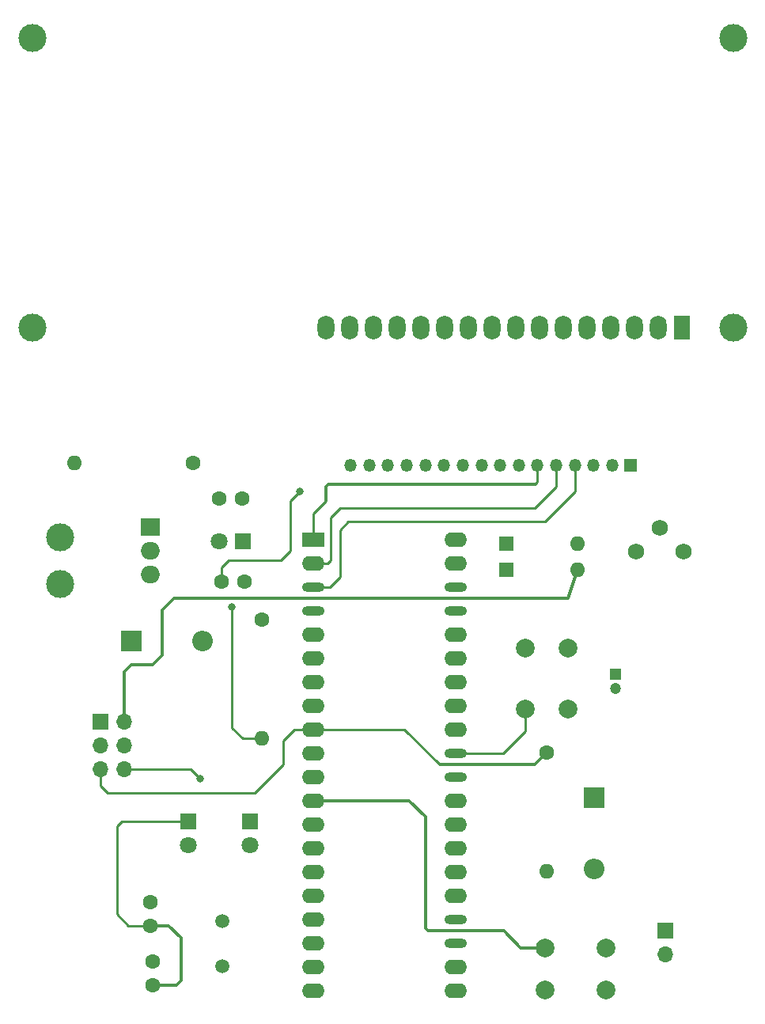
<source format=gtl>
%TF.GenerationSoftware,KiCad,Pcbnew,(5.1.9)-1*%
%TF.CreationDate,2021-04-15T23:19:31+05:30*%
%TF.ProjectId,8051 Transmitter End,38303531-2054-4726-916e-736d69747465,01*%
%TF.SameCoordinates,Original*%
%TF.FileFunction,Copper,L1,Top*%
%TF.FilePolarity,Positive*%
%FSLAX46Y46*%
G04 Gerber Fmt 4.6, Leading zero omitted, Abs format (unit mm)*
G04 Created by KiCad (PCBNEW (5.1.9)-1) date 2021-04-15 23:19:31*
%MOMM*%
%LPD*%
G01*
G04 APERTURE LIST*
%TA.AperFunction,ComponentPad*%
%ADD10O,1.700000X1.700000*%
%TD*%
%TA.AperFunction,ComponentPad*%
%ADD11R,1.700000X1.700000*%
%TD*%
%TA.AperFunction,ComponentPad*%
%ADD12O,2.400000X1.600000*%
%TD*%
%TA.AperFunction,ComponentPad*%
%ADD13O,2.400000X1.000000*%
%TD*%
%TA.AperFunction,ComponentPad*%
%ADD14R,2.400000X1.600000*%
%TD*%
%TA.AperFunction,ComponentPad*%
%ADD15O,1.350000X1.350000*%
%TD*%
%TA.AperFunction,ComponentPad*%
%ADD16R,1.350000X1.350000*%
%TD*%
%TA.AperFunction,ComponentPad*%
%ADD17O,1.600000X1.600000*%
%TD*%
%TA.AperFunction,ComponentPad*%
%ADD18C,1.600000*%
%TD*%
%TA.AperFunction,ComponentPad*%
%ADD19O,2.200000X2.200000*%
%TD*%
%TA.AperFunction,ComponentPad*%
%ADD20R,2.200000X2.200000*%
%TD*%
%TA.AperFunction,ComponentPad*%
%ADD21R,1.600000X1.600000*%
%TD*%
%TA.AperFunction,ComponentPad*%
%ADD22C,1.500000*%
%TD*%
%TA.AperFunction,ComponentPad*%
%ADD23O,2.000000X1.905000*%
%TD*%
%TA.AperFunction,ComponentPad*%
%ADD24R,2.000000X1.905000*%
%TD*%
%TA.AperFunction,ComponentPad*%
%ADD25C,2.000000*%
%TD*%
%TA.AperFunction,ComponentPad*%
%ADD26C,1.750000*%
%TD*%
%TA.AperFunction,ComponentPad*%
%ADD27C,2.999740*%
%TD*%
%TA.AperFunction,ComponentPad*%
%ADD28C,3.000000*%
%TD*%
%TA.AperFunction,ComponentPad*%
%ADD29O,1.800000X2.600000*%
%TD*%
%TA.AperFunction,ComponentPad*%
%ADD30R,1.800000X2.600000*%
%TD*%
%TA.AperFunction,ComponentPad*%
%ADD31C,1.800000*%
%TD*%
%TA.AperFunction,ComponentPad*%
%ADD32R,1.800000X1.800000*%
%TD*%
%TA.AperFunction,ComponentPad*%
%ADD33C,1.200000*%
%TD*%
%TA.AperFunction,ComponentPad*%
%ADD34R,1.200000X1.200000*%
%TD*%
%TA.AperFunction,ViaPad*%
%ADD35C,0.800000*%
%TD*%
%TA.AperFunction,Conductor*%
%ADD36C,0.250000*%
%TD*%
%TA.AperFunction,Conductor*%
%ADD37C,0.300000*%
%TD*%
G04 APERTURE END LIST*
D10*
%TO.P,P1,6*%
%TO.N,GND*%
X71374000Y-105410000D03*
%TO.P,P1,5*%
%TO.N,RESET*%
X68834000Y-105410000D03*
%TO.P,P1,4*%
%TO.N,MISO*%
X71374000Y-102870000D03*
%TO.P,P1,3*%
%TO.N,SCK*%
X68834000Y-102870000D03*
%TO.P,P1,2*%
%TO.N,Vin2*%
X71374000Y-100330000D03*
D11*
%TO.P,P1,1*%
%TO.N,MOSI*%
X68834000Y-100330000D03*
%TD*%
D12*
%TO.P,IC1,40*%
%TO.N,Vin*%
X106878000Y-80822000D03*
%TO.P,IC1,20*%
%TO.N,GND*%
X91638000Y-129082000D03*
%TO.P,IC1,39*%
%TO.N,Net-(IC1-Pad39)*%
X106878000Y-83362000D03*
%TO.P,IC1,19*%
%TO.N,XTAL1*%
X91638000Y-126542000D03*
D13*
%TO.P,IC1,38*%
%TO.N,Net-(IC1-Pad38)*%
X106878000Y-85902000D03*
D12*
%TO.P,IC1,18*%
%TO.N,XTAL2*%
X91638000Y-124002000D03*
D13*
%TO.P,IC1,37*%
%TO.N,Net-(IC1-Pad37)*%
X106878000Y-88442000D03*
D12*
%TO.P,IC1,17*%
%TO.N,Net-(IC1-Pad17)*%
X91638000Y-121462000D03*
%TO.P,IC1,36*%
%TO.N,Net-(IC1-Pad36)*%
X106878000Y-90982000D03*
%TO.P,IC1,16*%
%TO.N,Net-(IC1-Pad16)*%
X91638000Y-118922000D03*
%TO.P,IC1,35*%
%TO.N,Net-(IC1-Pad35)*%
X106878000Y-93522000D03*
%TO.P,IC1,15*%
%TO.N,Net-(IC1-Pad15)*%
X91638000Y-116382000D03*
%TO.P,IC1,34*%
%TO.N,Net-(IC1-Pad34)*%
X106878000Y-96062000D03*
%TO.P,IC1,14*%
%TO.N,Net-(IC1-Pad14)*%
X91638000Y-113842000D03*
%TO.P,IC1,33*%
%TO.N,Net-(IC1-Pad33)*%
X106878000Y-98602000D03*
%TO.P,IC1,13*%
%TO.N,Net-(IC1-Pad13)*%
X91638000Y-111302000D03*
%TO.P,IC1,32*%
%TO.N,Net-(IC1-Pad32)*%
X106878000Y-101142000D03*
%TO.P,IC1,12*%
%TO.N,Net-(IC1-Pad12)*%
X91638000Y-108762000D03*
D13*
%TO.P,IC1,31*%
%TO.N,Vin*%
X106878000Y-103682000D03*
D12*
%TO.P,IC1,11*%
%TO.N,Tx*%
X91638000Y-106222000D03*
D13*
%TO.P,IC1,30*%
%TO.N,Net-(IC1-Pad30)*%
X106878000Y-106222000D03*
D12*
%TO.P,IC1,10*%
%TO.N,Rx*%
X91638000Y-103682000D03*
%TO.P,IC1,29*%
%TO.N,Net-(IC1-Pad29)*%
X106878000Y-108762000D03*
%TO.P,IC1,9*%
%TO.N,RESET*%
X91638000Y-101142000D03*
%TO.P,IC1,28*%
%TO.N,DATA0*%
X106878000Y-111302000D03*
%TO.P,IC1,8*%
%TO.N,SCK*%
X91638000Y-98602000D03*
%TO.P,IC1,27*%
%TO.N,DATA1*%
X106878000Y-113842000D03*
%TO.P,IC1,7*%
%TO.N,MISO*%
X91638000Y-96062000D03*
%TO.P,IC1,26*%
%TO.N,DATA2*%
X106878000Y-116382000D03*
%TO.P,IC1,6*%
%TO.N,MOSI*%
X91638000Y-93522000D03*
%TO.P,IC1,25*%
%TO.N,DATA3*%
X106878000Y-118922000D03*
%TO.P,IC1,5*%
%TO.N,Net-(IC1-Pad5)*%
X91638000Y-90982000D03*
D13*
%TO.P,IC1,24*%
%TO.N,DATA4*%
X106878000Y-121462000D03*
%TO.P,IC1,4*%
%TO.N,Net-(IC1-Pad4)*%
X91638000Y-88442000D03*
%TO.P,IC1,23*%
%TO.N,DATA5*%
X106878000Y-124002000D03*
%TO.P,IC1,3*%
%TO.N,RS*%
X91638000Y-85902000D03*
D12*
%TO.P,IC1,22*%
%TO.N,DATA6*%
X106878000Y-126542000D03*
%TO.P,IC1,2*%
%TO.N,RW*%
X91638000Y-83362000D03*
%TO.P,IC1,21*%
%TO.N,DATA7*%
X106878000Y-129082000D03*
D14*
%TO.P,IC1,1*%
%TO.N,EN*%
X91638000Y-80822000D03*
%TD*%
D15*
%TO.P,J3,16*%
%TO.N,Net-(DS1-Pad16)*%
X95634000Y-72898000D03*
%TO.P,J3,15*%
%TO.N,Vin1*%
X97634000Y-72898000D03*
%TO.P,J3,14*%
%TO.N,DATA7*%
X99634000Y-72898000D03*
%TO.P,J3,13*%
%TO.N,DATA6*%
X101634000Y-72898000D03*
%TO.P,J3,12*%
%TO.N,DATA5*%
X103634000Y-72898000D03*
%TO.P,J3,11*%
%TO.N,DATA4*%
X105634000Y-72898000D03*
%TO.P,J3,10*%
%TO.N,DATA3*%
X107634000Y-72898000D03*
%TO.P,J3,9*%
%TO.N,DATA2*%
X109634000Y-72898000D03*
%TO.P,J3,8*%
%TO.N,DATA1*%
X111634000Y-72898000D03*
%TO.P,J3,7*%
%TO.N,DATA0*%
X113634000Y-72898000D03*
%TO.P,J3,6*%
%TO.N,EN*%
X115634000Y-72898000D03*
%TO.P,J3,5*%
%TO.N,RW*%
X117634000Y-72898000D03*
%TO.P,J3,4*%
%TO.N,RS*%
X119634000Y-72898000D03*
%TO.P,J3,3*%
%TO.N,Net-(DS1-Pad3)*%
X121634000Y-72898000D03*
%TO.P,J3,2*%
%TO.N,Vin1*%
X123634000Y-72898000D03*
D16*
%TO.P,J3,1*%
%TO.N,GND*%
X125634000Y-72898000D03*
%TD*%
D10*
%TO.P,J2,2*%
%TO.N,Tx*%
X129286000Y-125222000D03*
D11*
%TO.P,J2,1*%
%TO.N,Rx*%
X129286000Y-122682000D03*
%TD*%
D17*
%TO.P,R3,2*%
%TO.N,GND*%
X66040000Y-72644000D03*
D18*
%TO.P,R3,1*%
%TO.N,Net-(DS1-Pad16)*%
X78740000Y-72644000D03*
%TD*%
D17*
%TO.P,R2,2*%
%TO.N,Net-(D1-Pad2)*%
X86106000Y-102108000D03*
D18*
%TO.P,R2,1*%
%TO.N,VCC*%
X86106000Y-89408000D03*
%TD*%
D17*
%TO.P,R1,2*%
%TO.N,GND*%
X116586000Y-116332000D03*
D18*
%TO.P,R1,1*%
%TO.N,RESET*%
X116586000Y-103632000D03*
%TD*%
D19*
%TO.P,D5,2*%
%TO.N,VCC*%
X79756000Y-91694000D03*
D20*
%TO.P,D5,1*%
%TO.N,Net-(D5-Pad1)*%
X72136000Y-91694000D03*
%TD*%
D19*
%TO.P,D4,2*%
%TO.N,GND*%
X121666000Y-116078000D03*
D20*
%TO.P,D4,1*%
%TO.N,Vin1*%
X121666000Y-108458000D03*
%TD*%
D17*
%TO.P,D3,2*%
%TO.N,Vin2*%
X119888000Y-84074000D03*
D21*
%TO.P,D3,1*%
%TO.N,Vin*%
X112268000Y-84074000D03*
%TD*%
D17*
%TO.P,D2,2*%
%TO.N,Vin1*%
X119888000Y-81280000D03*
D21*
%TO.P,D2,1*%
%TO.N,Vin*%
X112268000Y-81280000D03*
%TD*%
D22*
%TO.P,Y1,2*%
%TO.N,XTAL1*%
X81918000Y-126482000D03*
%TO.P,Y1,1*%
%TO.N,XTAL2*%
X81918000Y-121602000D03*
%TD*%
D23*
%TO.P,U1,3*%
%TO.N,Vin1*%
X74168000Y-84582000D03*
%TO.P,U1,2*%
%TO.N,GND*%
X74168000Y-82042000D03*
D24*
%TO.P,U1,1*%
%TO.N,VCC*%
X74168000Y-79502000D03*
%TD*%
D25*
%TO.P,SW2,1*%
%TO.N,GND*%
X116436000Y-129032000D03*
%TO.P,SW2,2*%
%TO.N,Net-(IC1-Pad12)*%
X116436000Y-124532000D03*
%TO.P,SW2,1*%
%TO.N,GND*%
X122936000Y-129032000D03*
%TO.P,SW2,2*%
%TO.N,Net-(IC1-Pad12)*%
X122936000Y-124532000D03*
%TD*%
%TO.P,RST,1*%
%TO.N,RESET*%
X118872000Y-98956000D03*
%TO.P,RST,2*%
%TO.N,Vin*%
X114372000Y-98956000D03*
%TO.P,RST,1*%
%TO.N,RESET*%
X118872000Y-92456000D03*
%TO.P,RST,2*%
%TO.N,Vin*%
X114372000Y-92456000D03*
%TD*%
D26*
%TO.P,RV1,1*%
%TO.N,Net-(RV1-Pad1)*%
X126218000Y-82102000D03*
%TO.P,RV1,2*%
%TO.N,Net-(DS1-Pad3)*%
X128758000Y-79562000D03*
%TO.P,RV1,3*%
%TO.N,GND*%
X131298000Y-82102000D03*
%TD*%
D27*
%TO.P,J1,2*%
%TO.N,GND*%
X64516000Y-80599280D03*
%TO.P,J1,1*%
%TO.N,Net-(D5-Pad1)*%
X64516000Y-85598000D03*
%TD*%
D28*
%TO.P,DS1,*%
%TO.N,*%
X61564000Y-58166000D03*
X61564520Y-27165300D03*
X136563100Y-27165300D03*
X136563100Y-58166000D03*
D29*
%TO.P,DS1,16*%
%TO.N,Net-(DS1-Pad16)*%
X92964000Y-58166000D03*
%TO.P,DS1,15*%
%TO.N,Vin1*%
X95504000Y-58166000D03*
%TO.P,DS1,14*%
%TO.N,DATA7*%
X98044000Y-58166000D03*
%TO.P,DS1,13*%
%TO.N,DATA6*%
X100584000Y-58166000D03*
%TO.P,DS1,12*%
%TO.N,DATA5*%
X103124000Y-58166000D03*
%TO.P,DS1,11*%
%TO.N,DATA4*%
X105664000Y-58166000D03*
%TO.P,DS1,10*%
%TO.N,DATA3*%
X108204000Y-58166000D03*
%TO.P,DS1,9*%
%TO.N,DATA2*%
X110744000Y-58166000D03*
%TO.P,DS1,8*%
%TO.N,DATA1*%
X113284000Y-58166000D03*
%TO.P,DS1,7*%
%TO.N,DATA0*%
X115824000Y-58166000D03*
%TO.P,DS1,6*%
%TO.N,EN*%
X118364000Y-58166000D03*
%TO.P,DS1,5*%
%TO.N,RW*%
X120904000Y-58166000D03*
%TO.P,DS1,4*%
%TO.N,RS*%
X123444000Y-58166000D03*
%TO.P,DS1,3*%
%TO.N,Net-(DS1-Pad3)*%
X125984000Y-58166000D03*
%TO.P,DS1,2*%
%TO.N,Vin1*%
X128524000Y-58166000D03*
D30*
%TO.P,DS1,1*%
%TO.N,GND*%
X131064000Y-58166000D03*
%TD*%
D31*
%TO.P,Tx,2*%
%TO.N,Tx*%
X84836000Y-113538000D03*
D32*
%TO.P,Tx,1*%
%TO.N,GND*%
X84836000Y-110998000D03*
%TD*%
D31*
%TO.P,Rx,2*%
%TO.N,Rx*%
X78232000Y-113538000D03*
D32*
%TO.P,Rx,1*%
%TO.N,GND*%
X78232000Y-110998000D03*
%TD*%
D31*
%TO.P,D1,2*%
%TO.N,Net-(D1-Pad2)*%
X81534000Y-81026000D03*
D32*
%TO.P,D1,1*%
%TO.N,GND*%
X84074000Y-81026000D03*
%TD*%
D18*
%TO.P,C5,2*%
%TO.N,GND*%
X84288000Y-85344000D03*
%TO.P,C5,1*%
%TO.N,Vin1*%
X81788000Y-85344000D03*
%TD*%
%TO.P,C4,2*%
%TO.N,GND*%
X74422000Y-128484000D03*
%TO.P,C4,1*%
%TO.N,XTAL1*%
X74422000Y-125984000D03*
%TD*%
D33*
%TO.P,C3,2*%
%TO.N,RESET*%
X123952000Y-96750000D03*
D34*
%TO.P,C3,1*%
%TO.N,Vin*%
X123952000Y-95250000D03*
%TD*%
D18*
%TO.P,C2,2*%
%TO.N,GND*%
X74168000Y-122134000D03*
%TO.P,C2,1*%
%TO.N,XTAL2*%
X74168000Y-119634000D03*
%TD*%
%TO.P,C1,2*%
%TO.N,GND*%
X84034000Y-76454000D03*
%TO.P,C1,1*%
%TO.N,VCC*%
X81534000Y-76454000D03*
%TD*%
D35*
%TO.N,GND*%
X79502000Y-106426000D03*
%TO.N,Vin1*%
X90170000Y-75692000D03*
%TO.N,Net-(D1-Pad2)*%
X82913001Y-87993001D03*
%TD*%
D36*
%TO.N,GND*%
X71374000Y-105410000D02*
X78486000Y-105410000D01*
X78486000Y-105410000D02*
X79502000Y-106426000D01*
X74168000Y-122134000D02*
X71842000Y-122134000D01*
X71842000Y-122134000D02*
X70612000Y-120904000D01*
X70612000Y-120904000D02*
X70612000Y-111506000D01*
X71120000Y-110998000D02*
X78232000Y-110998000D01*
X70612000Y-111506000D02*
X71120000Y-110998000D01*
D37*
X74422000Y-128484000D02*
X77002000Y-128484000D01*
X77002000Y-128484000D02*
X77470000Y-128016000D01*
X77470000Y-128016000D02*
X77470000Y-123444000D01*
X76160000Y-122134000D02*
X74168000Y-122134000D01*
X77470000Y-123444000D02*
X76160000Y-122134000D01*
D36*
%TO.N,RESET*%
X91638000Y-101142000D02*
X89612000Y-101142000D01*
X89612000Y-101142000D02*
X88392000Y-102362000D01*
X88392000Y-102362000D02*
X88392000Y-104902000D01*
X88392000Y-104902000D02*
X85344000Y-107950000D01*
X85344000Y-107950000D02*
X69596000Y-107950000D01*
X68834000Y-107188000D02*
X68834000Y-105410000D01*
X69596000Y-107950000D02*
X68834000Y-107188000D01*
X91638000Y-101142000D02*
X101396000Y-101142000D01*
X101396000Y-101142000D02*
X105156000Y-104902000D01*
D37*
X115316000Y-104902000D02*
X116586000Y-103632000D01*
X105156000Y-104902000D02*
X115316000Y-104902000D01*
D36*
%TO.N,Vin1*%
X82550000Y-83058000D02*
X81788000Y-83820000D01*
X81788000Y-83820000D02*
X81788000Y-85344000D01*
X88138000Y-83058000D02*
X82550000Y-83058000D01*
X89154000Y-82042000D02*
X88138000Y-83058000D01*
X89154000Y-76708000D02*
X89154000Y-82042000D01*
X90170000Y-75692000D02*
X89154000Y-76708000D01*
%TO.N,Net-(D1-Pad2)*%
X82913001Y-87993001D02*
X82913001Y-100947001D01*
X84074000Y-102108000D02*
X86106000Y-102108000D01*
X82913001Y-100947001D02*
X84074000Y-102108000D01*
%TO.N,Vin*%
X106878000Y-103682000D02*
X111964000Y-103682000D01*
X114372000Y-101274000D02*
X114372000Y-98956000D01*
X111964000Y-103682000D02*
X114372000Y-101274000D01*
D37*
%TO.N,Vin2*%
X118872000Y-87122000D02*
X119888000Y-84074000D01*
X76708000Y-87122000D02*
X118872000Y-87122000D01*
X75438000Y-93218000D02*
X75438000Y-88392000D01*
X74422000Y-94234000D02*
X75438000Y-93218000D01*
X72136000Y-94234000D02*
X74422000Y-94234000D01*
X71374000Y-94996000D02*
X72136000Y-94234000D01*
X75438000Y-88392000D02*
X76708000Y-87122000D01*
X71374000Y-100330000D02*
X71374000Y-94996000D01*
D36*
%TO.N,EN*%
X91638000Y-80822000D02*
X91638000Y-78034000D01*
X91638000Y-78034000D02*
X92964000Y-76708000D01*
X115570000Y-74676000D02*
X115634000Y-72898000D01*
X115316000Y-74930000D02*
X115570000Y-74676000D01*
D37*
X115316000Y-74930000D02*
X93218000Y-74930000D01*
X92964000Y-75184000D02*
X92964000Y-76708000D01*
X93218000Y-74930000D02*
X92964000Y-75184000D01*
D36*
%TO.N,RW*%
X91638000Y-83362000D02*
X93168000Y-83362000D01*
X93168000Y-83362000D02*
X93472000Y-83058000D01*
X93472000Y-83058000D02*
X93472000Y-78486000D01*
X93472000Y-78486000D02*
X94488000Y-77470000D01*
X94488000Y-77470000D02*
X115316000Y-77470000D01*
X117634000Y-75152000D02*
X117634000Y-72898000D01*
X115316000Y-77470000D02*
X117634000Y-75152000D01*
%TO.N,RS*%
X119634000Y-72898000D02*
X119634000Y-75692000D01*
X116441001Y-78884999D02*
X95394999Y-78884999D01*
X119634000Y-75692000D02*
X116441001Y-78884999D01*
X95394999Y-78884999D02*
X94488000Y-79791998D01*
X94488000Y-79791998D02*
X94488000Y-84836000D01*
X93422000Y-85902000D02*
X91638000Y-85902000D01*
X94488000Y-84836000D02*
X93422000Y-85902000D01*
D37*
%TO.N,Net-(IC1-Pad12)*%
X91638000Y-108762000D02*
X101904000Y-108762000D01*
X101904000Y-108762000D02*
X103632000Y-110490000D01*
X103632000Y-110490000D02*
X103632000Y-122428000D01*
X103632000Y-122428000D02*
X103886000Y-122682000D01*
X103886000Y-122682000D02*
X112014000Y-122682000D01*
X113864000Y-124532000D02*
X116436000Y-124532000D01*
X112014000Y-122682000D02*
X113864000Y-124532000D01*
%TD*%
M02*

</source>
